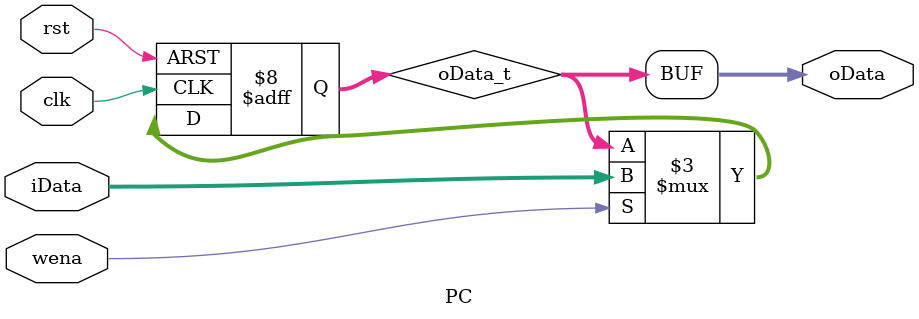
<source format=v>
`timescale 1ns / 1ps

module PC(                  //PC¼Ä´æÆ÷£¬Í¬²½Ð´Èë£¨Ê±ÖÓÉÏÉýÑØ£©£¬Òì²½¶ÁÈ¡
    input clk,
    input rst,              //¸´Î»ÐÅºÅ£¬¸ßµçÆ½ÓÐÐ§
    input wena,
    input [31:0] iData,     //32Î»ÊäÈëÊý¾Ý£¨ÏÂÒ»´ÎÖ´ÐÐÖ¸ÁîµØÖ·£©
    output [31:0] oData     //32Î»Êä³öÊý¾Ý£¨±¾´ÎÖ´ÐÐÖ¸ÁîµØÖ·£©
//    output [31:0] pc_pre
    );
    reg [31:0] oData_t,PC_EXC;
    
    always @ (posedge clk or posedge rst) begin //Ê±ÖÓÉÏÉýÑØÐ´Èë£¬¸´Î»ÐÅºÅÉÏÉýÑØÓÐÐ§
        if(rst) begin
            oData_t = 32'h00400000;
            PC_EXC = 32'h00400000;
//            oData_t <= 32'h00000000;
//            PC_EXC <= 32'h00000000;
        end
        else if(wena) begin
            PC_EXC = oData_t;
            oData_t = iData;
        end
    end
    
    assign oData = oData_t;   //ËæÊ±¿ÉÒÔ¶ÁÈ¡Êý¾Ý
//    assign pc_pre = PC_EXC;
endmodule

//module NPC(                  //PC¼Ä´æÆ÷£¬Í¬²½Ð´Èë£¨Ê±ÖÓÉÏÉýÑØ£©£¬Òì²½¶ÁÈ¡
//    input clk,
//    input rst,              //¸´Î»ÐÅºÅ£¬¸ßµçÆ½ÓÐÐ§
//    input wena,
//    input [31:0] iData,     //32Î»ÊäÈëÊý¾Ý£¨ÏÂÒ»´ÎÖ´ÐÐÖ¸ÁîµØÖ·£©
//    output [31:0] oData,     //32Î»Êä³öÊý¾Ý£¨±¾´ÎÖ´ÐÐÖ¸ÁîµØÖ·£©
//    output [31:0] PC_EXC
//    );
//    reg [31:0] oData_t,PC_EXC;
    
//    always @ (posedge clk or posedge rst) begin //Ê±ÖÓÉÏÉýÑØÐ´Èë£¬¸´Î»ÐÅºÅÉÏÉýÑØÓÐÐ§
//        if(rst) begin
//            oData_t <= 32'h00400000;
//            PC_EXC <= 32'h00400000;
////            oData_t <= 32'h00000000;
////            PC_EXC <= 32'h00000000;
//        end
//        else if(wena) begin
//            PC_EXC <= oData_t;
//            oData_t <= iData;
//        end
//    end
    
//    assign oData = oData_t;   //ËæÊ±¿ÉÒÔ¶ÁÈ¡Êý¾Ý
//endmodule

</source>
